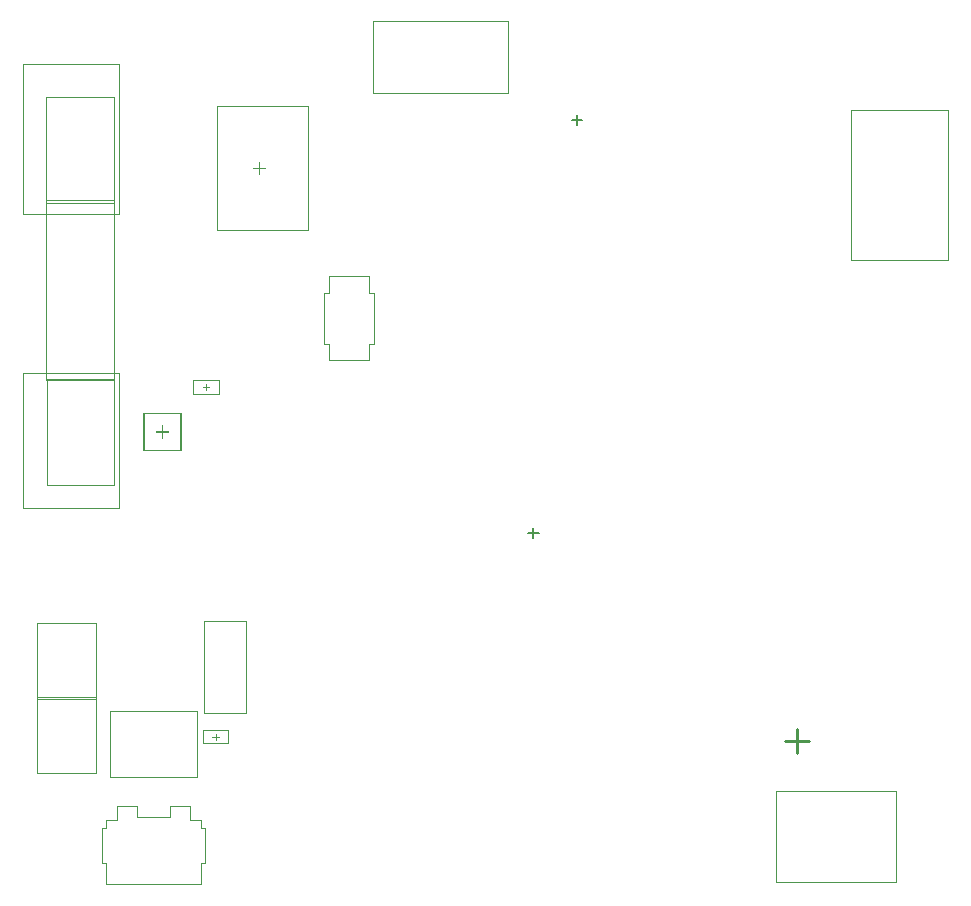
<source format=gbr>
%FSTAX23Y23*%
%MOIN*%
%SFA1B1*%

%IPPOS*%
%ADD138C,0.010000*%
%ADD141C,0.005000*%
%ADD148C,0.003937*%
%ADD250C,0.001969*%
%LNx98_carrier_v1r2_12082022_mechanical_15-1*%
%LPD*%
G54D138*
X02469Y0042D02*
X02548D01*
X02509Y00381D02*
Y0046D01*
G54D141*
X01774Y02491D02*
X01791D01*
X01757D02*
X01774D01*
Y02508*
Y02474D02*
Y02491D01*
X01629Y01097D02*
Y01114D01*
Y01131*
X01612Y01114D02*
X01629D01*
X01646*
G54D148*
X00391Y01431D02*
Y01471D01*
X00371Y01451D02*
X00411D01*
X00391Y01432D02*
Y01472D01*
X00371Y01452D02*
X00411D01*
X0057Y00424D02*
Y00445D01*
X00559Y00435D02*
X00581D01*
X00526Y01601D02*
X00547D01*
X00537Y0159D02*
Y01611D01*
X00713Y02311D02*
Y0235D01*
X00694Y0233D02*
X00733D01*
X00575Y02123D02*
X00879D01*
X00575Y02537D02*
X00879D01*
Y02123D02*
Y02537D01*
X00575Y02123D02*
Y02537D01*
G54D250*
X00329Y01512D02*
X00452D01*
X00329Y0139D02*
X00452D01*
X00329D02*
Y01512D01*
X00452Y0139D02*
Y01512D01*
X0033Y01513D02*
X00453D01*
X0033Y01391D02*
X00453D01*
Y01513*
X0033Y01391D02*
Y01513D01*
X00529Y00413D02*
X00612D01*
X00529Y00456D02*
X00612D01*
X00529Y00413D02*
Y00456D01*
X00612Y00413D02*
Y00456D01*
X00217Y00299D02*
Y0052D01*
X00509Y00299D02*
Y0052D01*
X00217Y00299D02*
X00509D01*
X00217Y0052D02*
X00509D01*
X00531Y00821D02*
X0067D01*
X00531Y00514D02*
X0067D01*
Y00821*
X00531Y00514D02*
Y00821D01*
X0301Y02024D02*
Y02524D01*
X02689D02*
X0301D01*
X02689Y02024D02*
X0301D01*
X02689D02*
Y02524D01*
X00493Y01577D02*
Y01624D01*
X0058Y01577D02*
Y01624D01*
X00493Y01577D02*
X0058D01*
X00493Y01624D02*
X0058D01*
X01094Y02819D02*
X01545D01*
X01094Y02579D02*
Y02819D01*
Y02579D02*
X01545D01*
Y02819*
X00232Y01275D02*
Y01628D01*
X00007Y01275D02*
X00232D01*
X00007D02*
Y01628D01*
X00232*
X00205Y-00057D02*
Y00015D01*
X00191D02*
X00205D01*
X00191D02*
Y00129D01*
X00205*
Y00158*
X00241*
Y00205*
X00308*
Y00166D02*
Y00205D01*
Y00166D02*
X00416D01*
Y00205*
X00483*
Y00158D02*
Y00205D01*
Y00158D02*
X0052D01*
Y00129D02*
Y00158D01*
Y00129D02*
X00534D01*
Y00015D02*
Y00129D01*
X0052Y00015D02*
X00534D01*
X0052Y-00057D02*
Y00015D01*
X00205Y-00057D02*
X0052D01*
X-00071Y02178D02*
Y02678D01*
Y02178D02*
X00248D01*
X-00071Y02678D02*
X00248D01*
Y02178D02*
Y02678D01*
X00248Y01196D02*
Y01646D01*
X-00071D02*
X00248D01*
X-00071Y01196D02*
X00248D01*
X-00071D02*
Y01646D01*
X-00025Y00314D02*
Y00566D01*
X00171*
Y00314D02*
Y00566D01*
X-00025Y00314D02*
X00171D01*
X-00026Y0056D02*
X0017D01*
Y00812*
X-00026D02*
X0017D01*
X-00026Y0056D02*
Y00812D01*
X0023Y01625D02*
Y02224D01*
X00005Y01625D02*
X0023D01*
X00005D02*
Y02224D01*
X0023*
X00005Y02566D02*
X0023D01*
X00005Y02213D02*
Y02566D01*
Y02213D02*
X0023D01*
Y02566*
X01081Y01915D02*
Y0197D01*
Y01915D02*
X01099D01*
Y01745D02*
Y01915D01*
X01081Y01745D02*
X01099D01*
X01081Y0169D02*
Y01745D01*
X00948Y0169D02*
X01081D01*
X00948D02*
Y01745D01*
X0093D02*
X00948D01*
X0093D02*
Y01915D01*
X00948*
Y0197*
X01081*
X02439Y00255D02*
X02838D01*
Y-00049D02*
Y00255D01*
X02439Y-00049D02*
X02838D01*
X02439D02*
Y00255D01*
M02*
</source>
